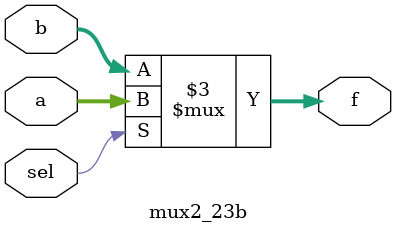
<source format=v>
module mux2_23b(a,b,sel,f);
input[22:0] a,b;
input sel;
output reg[22:0] f;
always @(a or b or sel)
begin    
	if(sel)
		f = a;   //sel =1 thì f=a
	else 
		f = b;   //sel=0 thì f=b
end
endmodule

</source>
